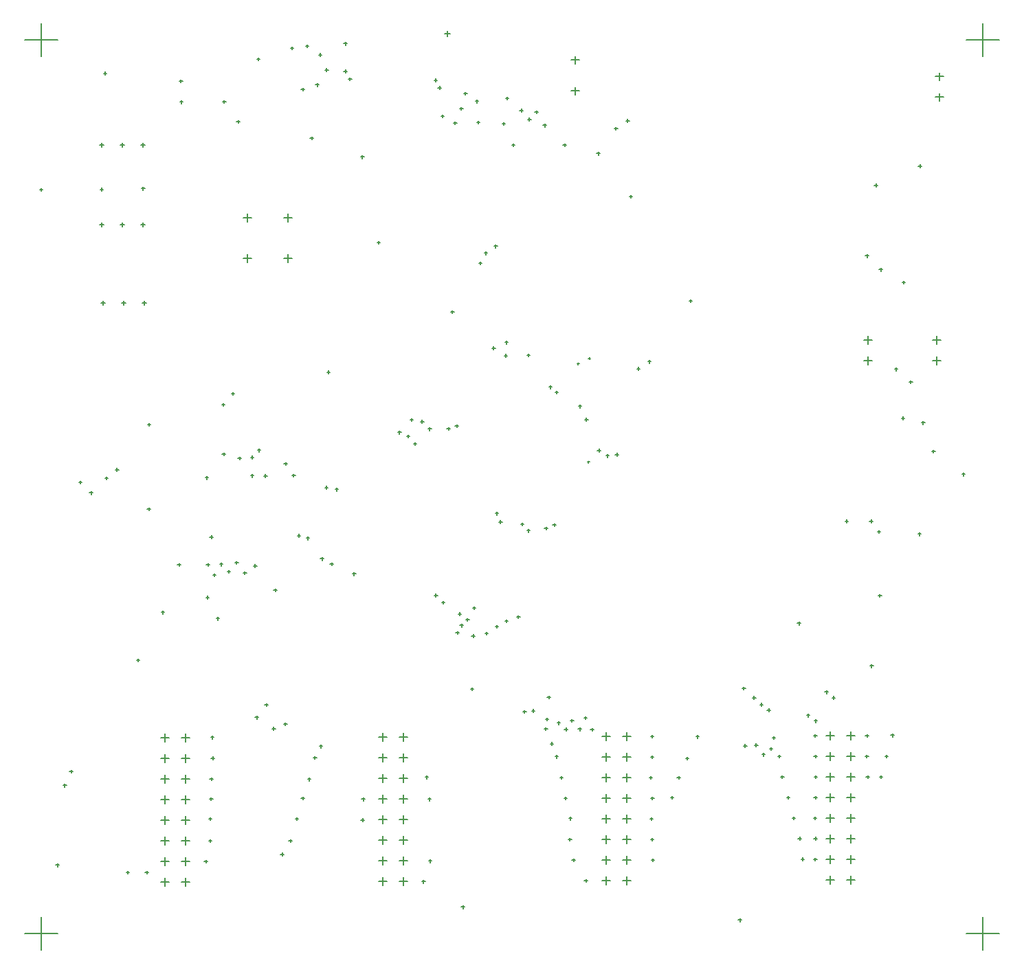
<source format=gbr>
%TF.GenerationSoftware,Altium Limited,Altium Designer,18.1.9 (240)*%
G04 Layer_Color=128*
%FSLAX26Y26*%
%MOIN*%
%TF.FileFunction,Drillmap*%
%TF.Part,Single*%
G01*
G75*
%TA.AperFunction,NonConductor*%
%ADD96C,0.005000*%
D96*
X2220000Y1480000D02*
X2380000D01*
X2300000Y1400000D02*
Y1560000D01*
X6785000Y1480000D02*
X6945000D01*
X6865000Y1400000D02*
Y1560000D01*
X6785000Y5818000D02*
X6945000D01*
X6865000Y5738000D02*
Y5898000D01*
X2220000Y5818000D02*
X2380000D01*
X2300000Y5738000D02*
Y5898000D01*
X6623315Y4362000D02*
X6662685D01*
X6643000Y4342315D02*
Y4381685D01*
X6623315Y4262000D02*
X6662685D01*
X6643000Y4242315D02*
Y4281685D01*
X6288315Y4361000D02*
X6327685D01*
X6308000Y4341315D02*
Y4380685D01*
X6288315Y4261000D02*
X6327685D01*
X6308000Y4241315D02*
Y4280685D01*
X3474921Y4954000D02*
X3515079D01*
X3495000Y4933921D02*
Y4974079D01*
X3278071Y4954000D02*
X3318228D01*
X3298150Y4933921D02*
Y4974079D01*
X3474921Y4757150D02*
X3515079D01*
X3495000Y4737071D02*
Y4777228D01*
X3278071Y4757150D02*
X3318228D01*
X3298150Y4737071D02*
Y4777228D01*
X2581961Y5307000D02*
X2602039D01*
X2592000Y5296961D02*
Y5317039D01*
X2781961Y5307000D02*
X2802039D01*
X2792000Y5296961D02*
Y5317039D01*
X2681961Y5307000D02*
X2702039D01*
X2692000Y5296961D02*
Y5317039D01*
X2587961Y4540000D02*
X2608039D01*
X2598000Y4529961D02*
Y4550039D01*
X2787961Y4540000D02*
X2808039D01*
X2798000Y4529961D02*
Y4550039D01*
X2687961Y4540000D02*
X2708039D01*
X2698000Y4529961D02*
Y4550039D01*
X2583961Y4922000D02*
X2604039D01*
X2594000Y4911961D02*
Y4932039D01*
X2783961Y4922000D02*
X2804039D01*
X2794000Y4911961D02*
Y4932039D01*
X2683961Y4922000D02*
X2704039D01*
X2694000Y4911961D02*
Y4932039D01*
X5018465Y2439063D02*
X5058623D01*
X5038544Y2418985D02*
Y2459142D01*
X5018465Y2339063D02*
X5058623D01*
X5038544Y2318985D02*
Y2359142D01*
X5018465Y2239063D02*
X5058623D01*
X5038544Y2218985D02*
Y2259142D01*
X5018465Y2139063D02*
X5058623D01*
X5038544Y2118985D02*
Y2159142D01*
X5018465Y2039063D02*
X5058623D01*
X5038544Y2018985D02*
Y2059142D01*
X5018465Y1939063D02*
X5058623D01*
X5038544Y1918985D02*
Y1959142D01*
X5018465Y1839063D02*
X5058623D01*
X5038544Y1818985D02*
Y1859142D01*
X5018465Y1739063D02*
X5058623D01*
X5038544Y1718985D02*
Y1759142D01*
X5118465Y1739063D02*
X5158623D01*
X5138544Y1718985D02*
Y1759142D01*
X5118465Y1839063D02*
X5158623D01*
X5138544Y1818985D02*
Y1859142D01*
X5118465Y1939063D02*
X5158623D01*
X5138544Y1918985D02*
Y1959142D01*
X5118465Y2039063D02*
X5158623D01*
X5138544Y2018985D02*
Y2059142D01*
X5118465Y2139063D02*
X5158623D01*
X5138544Y2118985D02*
Y2159142D01*
X5118465Y2239063D02*
X5158623D01*
X5138544Y2218985D02*
Y2259142D01*
X5118465Y2339063D02*
X5158623D01*
X5138544Y2318985D02*
Y2359142D01*
X5118465Y2439063D02*
X5158623D01*
X5138544Y2418985D02*
Y2459142D01*
X6206586Y2442285D02*
X6246743D01*
X6226664Y2422207D02*
Y2462364D01*
X6206586Y2342285D02*
X6246743D01*
X6226664Y2322207D02*
Y2362364D01*
X6206586Y2242285D02*
X6246743D01*
X6226664Y2222207D02*
Y2262364D01*
X6206586Y2142285D02*
X6246743D01*
X6226664Y2122207D02*
Y2162364D01*
X6206586Y2042285D02*
X6246743D01*
X6226664Y2022207D02*
Y2062364D01*
X6206586Y1942285D02*
X6246743D01*
X6226664Y1922207D02*
Y1962364D01*
X6206586Y1842285D02*
X6246743D01*
X6226664Y1822207D02*
Y1862364D01*
X6206586Y1742285D02*
X6246743D01*
X6226664Y1722207D02*
Y1762364D01*
X6106586Y1742285D02*
X6146743D01*
X6126664Y1722207D02*
Y1762364D01*
X6106586Y1842285D02*
X6146743D01*
X6126664Y1822207D02*
Y1862364D01*
X6106586Y1942285D02*
X6146743D01*
X6126664Y1922207D02*
Y1962364D01*
X6106586Y2042285D02*
X6146743D01*
X6126664Y2022207D02*
Y2062364D01*
X6106586Y2142285D02*
X6146743D01*
X6126664Y2122207D02*
Y2162364D01*
X6106586Y2242285D02*
X6146743D01*
X6126664Y2222207D02*
Y2262364D01*
X6106586Y2342285D02*
X6146743D01*
X6126664Y2322207D02*
Y2362364D01*
X6106586Y2442285D02*
X6146743D01*
X6126664Y2422207D02*
Y2462364D01*
X4034984Y2433964D02*
X4075142D01*
X4055063Y2413886D02*
Y2454043D01*
X4034984Y2333964D02*
X4075142D01*
X4055063Y2313886D02*
Y2354043D01*
X4034984Y2233964D02*
X4075142D01*
X4055063Y2213886D02*
Y2254043D01*
X4034984Y2133964D02*
X4075142D01*
X4055063Y2113886D02*
Y2154043D01*
X4034984Y2033964D02*
X4075142D01*
X4055063Y2013886D02*
Y2054043D01*
X4034984Y1933964D02*
X4075142D01*
X4055063Y1913886D02*
Y1954043D01*
X4034984Y1833964D02*
X4075142D01*
X4055063Y1813886D02*
Y1854043D01*
X4034984Y1733964D02*
X4075142D01*
X4055063Y1713886D02*
Y1754043D01*
X3934984Y1733964D02*
X3975142D01*
X3955063Y1713886D02*
Y1754043D01*
X3934984Y1833964D02*
X3975142D01*
X3955063Y1813886D02*
Y1854043D01*
X3934984Y1933964D02*
X3975142D01*
X3955063Y1913886D02*
Y1954043D01*
X3934984Y2033964D02*
X3975142D01*
X3955063Y2013886D02*
Y2054043D01*
X3934984Y2133964D02*
X3975142D01*
X3955063Y2113886D02*
Y2154043D01*
X3934984Y2233964D02*
X3975142D01*
X3955063Y2213886D02*
Y2254043D01*
X3934984Y2333964D02*
X3975142D01*
X3955063Y2313886D02*
Y2354043D01*
X3934984Y2433964D02*
X3975142D01*
X3955063Y2413886D02*
Y2454043D01*
X2978456Y2432092D02*
X3018613D01*
X2998534Y2412013D02*
Y2452170D01*
X2978456Y2332092D02*
X3018613D01*
X2998534Y2312013D02*
Y2352170D01*
X2978456Y2232092D02*
X3018613D01*
X2998534Y2212013D02*
Y2252170D01*
X2978456Y2132092D02*
X3018613D01*
X2998534Y2112013D02*
Y2152170D01*
X2978456Y2032092D02*
X3018613D01*
X2998534Y2012013D02*
Y2052170D01*
X2978456Y1932092D02*
X3018613D01*
X2998534Y1912013D02*
Y1952170D01*
X2978456Y1832092D02*
X3018613D01*
X2998534Y1812013D02*
Y1852170D01*
X2978456Y1732092D02*
X3018613D01*
X2998534Y1712013D02*
Y1752170D01*
X2878456Y1732092D02*
X2918613D01*
X2898534Y1712013D02*
Y1752170D01*
X2878456Y1832092D02*
X2918613D01*
X2898534Y1812013D02*
Y1852170D01*
X2878456Y1932092D02*
X2918613D01*
X2898534Y1912013D02*
Y1952170D01*
X2878456Y2032092D02*
X2918613D01*
X2898534Y2012013D02*
Y2052170D01*
X2878456Y2132092D02*
X2918613D01*
X2898534Y2112013D02*
Y2152170D01*
X2878456Y2232092D02*
X2918613D01*
X2898534Y2212013D02*
Y2252170D01*
X2878456Y2332092D02*
X2918613D01*
X2898534Y2312013D02*
Y2352170D01*
X2878456Y2432092D02*
X2918613D01*
X2898534Y2412013D02*
Y2452170D01*
X6635315Y5640000D02*
X6674685D01*
X6655000Y5620315D02*
Y5659685D01*
X6635315Y5540000D02*
X6674685D01*
X6655000Y5520315D02*
Y5559685D01*
X4870315Y5570000D02*
X4909685D01*
X4890000Y5550315D02*
Y5589685D01*
X4870315Y5720000D02*
X4909685D01*
X4890000Y5700315D02*
Y5739685D01*
X2601500Y5656000D02*
X2616500D01*
X2609000Y5648500D02*
Y5663500D01*
X2882500Y3040000D02*
X2897500D01*
X2890000Y3032500D02*
Y3047500D01*
X5079500Y5388000D02*
X5094500D01*
X5087000Y5380500D02*
Y5395500D01*
X4176500Y3930000D02*
X4191500D01*
X4184000Y3922500D02*
Y3937500D01*
X4104500Y3857425D02*
X4119500D01*
X4112000Y3849925D02*
Y3864925D01*
X6553500Y5206000D02*
X6568500D01*
X6561000Y5198500D02*
Y5213500D01*
X6317217Y3482716D02*
X6332217D01*
X6324717Y3475216D02*
Y3490216D01*
X6198745Y3482716D02*
X6213745D01*
X6206245Y3475216D02*
Y3490216D01*
X6551500Y3420000D02*
X6566500D01*
X6559000Y3412500D02*
Y3427500D01*
X6355500Y3432000D02*
X6370500D01*
X6363000Y3424500D02*
Y3439500D01*
X6340500Y5113000D02*
X6355500D01*
X6348000Y5105500D02*
Y5120500D01*
X2761500Y2809000D02*
X2776500D01*
X2769000Y2801500D02*
Y2816500D01*
X4534500Y5411000D02*
X4549500D01*
X4542000Y5403500D02*
Y5418500D01*
X4993500Y5267000D02*
X5008500D01*
X5001000Y5259500D02*
Y5274500D01*
X3809500Y3227000D02*
X3824500D01*
X3817000Y3219500D02*
Y3234500D01*
X6438500Y4220000D02*
X6453500D01*
X6446000Y4212500D02*
Y4227500D01*
X6509500Y4158000D02*
X6524500D01*
X6517000Y4150500D02*
Y4165500D01*
X4421500Y4735000D02*
X4436500D01*
X4429000Y4727500D02*
Y4742500D01*
X4496500Y4817000D02*
X4511500D01*
X4504000Y4809500D02*
Y4824500D01*
X4550925Y5534425D02*
X4565925D01*
X4558425Y5526925D02*
Y5541925D01*
X3767500Y5800000D02*
X3782500D01*
X3775000Y5792500D02*
Y5807500D01*
X3767500Y5666000D02*
X3782500D01*
X3775000Y5658500D02*
Y5673500D01*
X3789500Y5628000D02*
X3804500D01*
X3797000Y5620500D02*
Y5635500D01*
X3645500Y5746000D02*
X3660500D01*
X3653000Y5738500D02*
Y5753500D01*
X3676500Y5673000D02*
X3691500D01*
X3684000Y5665500D02*
Y5680500D01*
X3581500Y5789000D02*
X3596500D01*
X3589000Y5781500D02*
Y5796500D01*
X3508500Y5778000D02*
X3523500D01*
X3516000Y5770500D02*
Y5785500D01*
X6764500Y3710000D02*
X6779500D01*
X6772000Y3702500D02*
Y3717500D01*
X3928500Y4835000D02*
X3943500D01*
X3936000Y4827500D02*
Y4842500D01*
X3685500Y4206000D02*
X3700500D01*
X3693000Y4198500D02*
Y4213500D01*
X2370500Y1814000D02*
X2385500D01*
X2378000Y1806500D02*
Y1821500D01*
X3090408Y1832092D02*
X3105408D01*
X3097908Y1824592D02*
Y1839592D01*
X5967500Y2987000D02*
X5982500D01*
X5975000Y2979500D02*
Y2994500D01*
X5680500Y1547000D02*
X5695500D01*
X5688000Y1539500D02*
Y1554500D01*
X4337500Y1610000D02*
X4352500D01*
X4345000Y1602500D02*
Y1617500D01*
X4382500Y2669000D02*
X4397500D01*
X4390000Y2661500D02*
Y2676500D01*
X5441500Y4551000D02*
X5456500D01*
X5449000Y4543500D02*
Y4558500D01*
X6474568Y4641000D02*
X6489568D01*
X6482068Y4633500D02*
Y4648500D01*
X3253551Y3788000D02*
X3268551D01*
X3261051Y3780500D02*
Y3795500D01*
X3724500Y3637000D02*
X3739500D01*
X3732000Y3629500D02*
Y3644500D01*
X3585500Y3400000D02*
X3600500D01*
X3593000Y3392500D02*
Y3407500D01*
X3542500Y3413000D02*
X3557500D01*
X3550000Y3405500D02*
Y3420500D01*
X3653500Y3300000D02*
X3668500D01*
X3661000Y3292500D02*
Y3307500D01*
X3700500Y3275000D02*
X3715500D01*
X3708000Y3267500D02*
Y3282500D01*
X3329500Y3266000D02*
X3344500D01*
X3337000Y3258500D02*
Y3273500D01*
X3279500Y3231000D02*
X3294500D01*
X3287000Y3223500D02*
Y3238500D01*
X3239500Y3281000D02*
X3254500D01*
X3247000Y3273500D02*
Y3288500D01*
X3201500Y3239000D02*
X3216500D01*
X3209000Y3231500D02*
Y3246500D01*
X3164500Y3274000D02*
X3179500D01*
X3172000Y3266500D02*
Y3281500D01*
X3117500Y3406000D02*
X3132500D01*
X3125000Y3398500D02*
Y3413500D01*
X3132500Y3221000D02*
X3147500D01*
X3140000Y3213500D02*
Y3228500D01*
X3100479Y3272021D02*
X3115479D01*
X3107979Y3264521D02*
Y3279521D01*
X3314500Y3793000D02*
X3329500D01*
X3322000Y3785500D02*
Y3800500D01*
X3314500Y3704000D02*
X3329500D01*
X3322000Y3696500D02*
Y3711500D01*
X3148500Y3010000D02*
X3163500D01*
X3156000Y3002500D02*
Y3017500D01*
X3427554Y3148000D02*
X3442554D01*
X3435054Y3140500D02*
Y3155500D01*
X3379500Y3703000D02*
X3394500D01*
X3387000Y3695500D02*
Y3710500D01*
X3348500Y3827000D02*
X3363500D01*
X3356000Y3819500D02*
Y3834500D01*
X2608500Y3692000D02*
X2623500D01*
X2616000Y3684500D02*
Y3699500D01*
X3177500Y3808000D02*
X3192500D01*
X3185000Y3800500D02*
Y3815500D01*
X3477500Y3761000D02*
X3492500D01*
X3485000Y3753500D02*
Y3768500D01*
X3516500Y3705000D02*
X3531500D01*
X3524000Y3697500D02*
Y3712500D01*
X2481500Y3671000D02*
X2496500D01*
X2489000Y3663500D02*
Y3678500D01*
X4502500Y2971000D02*
X4517500D01*
X4510000Y2963500D02*
Y2978500D01*
X4387500Y2926000D02*
X4402500D01*
X4395000Y2918500D02*
Y2933500D01*
X4451500Y2939000D02*
X4466500D01*
X4459000Y2931500D02*
Y2946500D01*
X4310500Y2942000D02*
X4325500D01*
X4318000Y2934500D02*
Y2949500D01*
X4330500Y2977000D02*
X4345500D01*
X4338000Y2969500D02*
Y2984500D01*
X4359500Y3005000D02*
X4374500D01*
X4367000Y2997500D02*
Y3012500D01*
X4321500Y3033000D02*
X4336500D01*
X4329000Y3025500D02*
Y3040500D01*
X4242500Y3089000D02*
X4257500D01*
X4250000Y3081500D02*
Y3096500D01*
X4392500Y3061000D02*
X4407500D01*
X4400000Y3053500D02*
Y3068500D01*
X4548500Y2999000D02*
X4563500D01*
X4556000Y2991500D02*
Y3006500D01*
X4606500Y3018000D02*
X4621500D01*
X4614000Y3010500D02*
Y3025500D01*
X4206500Y3123000D02*
X4221500D01*
X4214000Y3115500D02*
Y3130500D01*
X5136500Y5426000D02*
X5151500D01*
X5144000Y5418500D02*
Y5433500D01*
X4256500Y5849000D02*
X4281500D01*
X4269000Y5836500D02*
Y5861500D01*
X4223500Y5586000D02*
X4238500D01*
X4231000Y5578500D02*
Y5593500D01*
X4205500Y5623000D02*
X4220500D01*
X4213000Y5615500D02*
Y5630500D01*
X4238500Y5448000D02*
X4253500D01*
X4246000Y5440500D02*
Y5455500D01*
X3630421Y5599921D02*
X3645421D01*
X3637921Y5592421D02*
Y5607421D01*
X4411500Y5419000D02*
X4426500D01*
X4419000Y5411500D02*
Y5426500D01*
X4404500Y5520000D02*
X4419500D01*
X4412000Y5512500D02*
Y5527500D01*
X6134500Y2626000D02*
X6149500D01*
X6142000Y2618500D02*
Y2633500D01*
X6100500Y2654000D02*
X6115500D01*
X6108000Y2646500D02*
Y2661500D01*
X6048500Y2514000D02*
X6063500D01*
X6056000Y2506500D02*
Y2521500D01*
X6012500Y2540000D02*
X6027500D01*
X6020000Y2532500D02*
Y2547500D01*
X4139500Y3966000D02*
X4154500D01*
X4147000Y3958500D02*
Y3973500D01*
X4088500Y3975000D02*
X4103500D01*
X4096000Y3967500D02*
Y3982500D01*
X4071500Y3895000D02*
X4086500D01*
X4079000Y3887500D02*
Y3902500D01*
X4029500Y3914000D02*
X4044500D01*
X4037000Y3906500D02*
Y3921500D01*
X4267500Y3931000D02*
X4282500D01*
X4275000Y3923500D02*
Y3938500D01*
X4307036Y3945000D02*
X4322036D01*
X4314536Y3937500D02*
Y3952500D01*
X4501500Y3520000D02*
X4516500D01*
X4509000Y3512500D02*
Y3527500D01*
X4519500Y3479898D02*
X4534500D01*
X4527000Y3472398D02*
Y3487398D01*
X4625500Y3468000D02*
X4640500D01*
X4633000Y3460500D02*
Y3475500D01*
X4654500Y3437000D02*
X4669500D01*
X4662000Y3429500D02*
Y3444500D01*
X4780500Y3465000D02*
X4795500D01*
X4788000Y3457500D02*
Y3472500D01*
X4740500Y3449000D02*
X4755500D01*
X4748000Y3441500D02*
Y3456500D01*
X4949000Y3771000D02*
X4959000D01*
X4954000Y3766000D02*
Y3776000D01*
X4997500Y3826000D02*
X5012500D01*
X5005000Y3818500D02*
Y3833500D01*
X5038500Y3800000D02*
X5053500D01*
X5046000Y3792500D02*
Y3807500D01*
X5083500Y3806000D02*
X5098500D01*
X5091000Y3798500D02*
Y3813500D01*
X4904500Y4040000D02*
X4919500D01*
X4912000Y4032500D02*
Y4047500D01*
X4655500Y4288000D02*
X4670500D01*
X4663000Y4280500D02*
Y4295500D01*
X4548956Y4350000D02*
X4563956D01*
X4556456Y4342500D02*
Y4357500D01*
X4486500Y4323000D02*
X4501500D01*
X4494000Y4315500D02*
Y4330500D01*
X4544500Y4286000D02*
X4559500D01*
X4552000Y4278500D02*
Y4293500D01*
X4761044Y4134000D02*
X4776044D01*
X4768544Y4126500D02*
Y4141500D01*
X4791500Y4108000D02*
X4806500D01*
X4799000Y4100500D02*
Y4115500D01*
X4286500Y4498000D02*
X4301500D01*
X4294000Y4490500D02*
Y4505500D01*
X5242500Y4257000D02*
X5257500D01*
X5250000Y4249500D02*
Y4264500D01*
X4954000Y4271827D02*
X4964000D01*
X4959000Y4266827D02*
Y4276827D01*
X4733500Y5404000D02*
X4748500D01*
X4741000Y5396500D02*
Y5411500D01*
X4693500Y5469000D02*
X4708500D01*
X4701000Y5461500D02*
Y5476500D01*
X4659500Y5433000D02*
X4674500D01*
X4667000Y5425500D02*
Y5440500D01*
X4620500Y5476000D02*
X4635500D01*
X4628000Y5468500D02*
Y5483500D01*
X6569500Y3960000D02*
X6584500D01*
X6577000Y3952500D02*
Y3967500D01*
X5784500Y2593000D02*
X5799500D01*
X5792000Y2585500D02*
Y2600500D01*
X5749500Y2626000D02*
X5764500D01*
X5757000Y2618500D02*
Y2633500D01*
X5699500Y2671000D02*
X5714500D01*
X5707000Y2663500D02*
Y2678500D01*
X5795500Y2350000D02*
X5810500D01*
X5803000Y2342500D02*
Y2357500D01*
X5759500Y2396000D02*
X5774500D01*
X5767000Y2388500D02*
Y2403500D01*
X5706500Y2393000D02*
X5721500D01*
X5714000Y2385500D02*
Y2400500D01*
X5831500Y2379000D02*
X5846500D01*
X5839000Y2371500D02*
Y2386500D01*
X5845500Y2431000D02*
X5860500D01*
X5853000Y2423500D02*
Y2438500D01*
X5820500Y2566000D02*
X5835500D01*
X5828000Y2558500D02*
Y2573500D01*
X6046500Y1842285D02*
X6061500D01*
X6054000Y1834785D02*
Y1849785D01*
X5970500Y1943000D02*
X5985500D01*
X5978000Y1935500D02*
Y1950500D01*
X5942500Y2042000D02*
X5957500D01*
X5950000Y2034500D02*
Y2049500D01*
X5914500Y2142000D02*
X5929500D01*
X5922000Y2134500D02*
Y2149500D01*
X5886500Y2242000D02*
X5901500D01*
X5894000Y2234500D02*
Y2249500D01*
X5984500Y1843000D02*
X5999500D01*
X5992000Y1835500D02*
Y1850500D01*
X5872215Y2342285D02*
X5887215D01*
X5879715Y2334785D02*
Y2349785D01*
X6046215Y2442285D02*
X6061215D01*
X6053715Y2434785D02*
Y2449785D01*
X6365500Y2242285D02*
X6380500D01*
X6373000Y2234785D02*
Y2249785D01*
X6392500Y2342000D02*
X6407500D01*
X6400000Y2334500D02*
Y2349500D01*
X6420500Y2444000D02*
X6435500D01*
X6428000Y2436500D02*
Y2451500D01*
X5352500Y2141000D02*
X5367500D01*
X5360000Y2133500D02*
Y2148500D01*
X5383500Y2238000D02*
X5398500D01*
X5391000Y2230500D02*
Y2245500D01*
X5424500Y2332000D02*
X5439500D01*
X5432000Y2324500D02*
Y2339500D01*
X5474500Y2437000D02*
X5489500D01*
X5482000Y2429500D02*
Y2444500D01*
X5255500Y2439063D02*
X5270500D01*
X5263000Y2431563D02*
Y2446563D01*
X5254500Y2338063D02*
X5269500D01*
X5262000Y2330563D02*
Y2345563D01*
X4745500Y2521000D02*
X4760500D01*
X4753000Y2513500D02*
Y2528500D01*
X4753500Y2628000D02*
X4768500D01*
X4761000Y2620500D02*
Y2635500D01*
X4801500Y2504000D02*
X4816500D01*
X4809000Y2496500D02*
Y2511500D01*
X4636500Y2559000D02*
X4651500D01*
X4644000Y2551500D02*
Y2566500D01*
X4678500Y2563000D02*
X4693500D01*
X4686000Y2555500D02*
Y2570500D01*
X4739500Y2475000D02*
X4754500D01*
X4747000Y2467500D02*
Y2482500D01*
X4768500Y2403000D02*
X4783500D01*
X4776000Y2395500D02*
Y2410500D01*
X4837500Y2473000D02*
X4852500D01*
X4845000Y2465500D02*
Y2480500D01*
X4866500Y2514544D02*
X4881500D01*
X4874000Y2507044D02*
Y2522044D01*
X4903500Y2474000D02*
X4918500D01*
X4911000Y2466500D02*
Y2481500D01*
X4931500Y2528000D02*
X4946500D01*
X4939000Y2520500D02*
Y2535500D01*
X4963500Y2471000D02*
X4978500D01*
X4971000Y2463500D02*
Y2478500D01*
X4791500Y2340000D02*
X4806500D01*
X4799000Y2332500D02*
Y2347500D01*
X4856500Y1938000D02*
X4871500D01*
X4864000Y1930500D02*
Y1945500D01*
X4161500Y2240000D02*
X4176500D01*
X4169000Y2232500D02*
Y2247500D01*
X3476201Y2498000D02*
X3491201D01*
X3483701Y2490500D02*
Y2505500D01*
X3419500Y2475799D02*
X3434500D01*
X3427000Y2468299D02*
Y2483299D01*
X3500500Y1932000D02*
X3515500D01*
X3508000Y1924500D02*
Y1939500D01*
X3531500Y2039000D02*
X3546500D01*
X3539000Y2031500D02*
Y2046500D01*
X3560500Y2138000D02*
X3575500D01*
X3568000Y2130500D02*
Y2145500D01*
X3591500Y2230000D02*
X3606500D01*
X3599000Y2222500D02*
Y2237500D01*
X3619500Y2335000D02*
X3634500D01*
X3627000Y2327500D02*
Y2342500D01*
X3648500Y2390000D02*
X3663500D01*
X3656000Y2382500D02*
Y2397500D01*
X3337500Y2530000D02*
X3352500D01*
X3345000Y2522500D02*
Y2537500D01*
X3383500Y2591000D02*
X3398500D01*
X3391000Y2583500D02*
Y2598500D01*
X3460500Y1866000D02*
X3475500D01*
X3468000Y1858500D02*
Y1873500D01*
X2437000Y2267500D02*
X2452000D01*
X2444500Y2260000D02*
Y2275000D01*
X2712500Y1778000D02*
X2727500D01*
X2720000Y1770500D02*
Y1785500D01*
X2292500Y5091000D02*
X2307500D01*
X2300000Y5083500D02*
Y5098500D01*
X2585500Y5093000D02*
X2600500D01*
X2593000Y5085500D02*
Y5100500D01*
X6363500Y4704000D02*
X6378500D01*
X6371000Y4696500D02*
Y4711500D01*
X6297500Y4770000D02*
X6312500D01*
X6305000Y4762500D02*
Y4777500D01*
X6619500Y3821000D02*
X6634500D01*
X6627000Y3813500D02*
Y3828500D01*
X4830500Y5308000D02*
X4845500D01*
X4838000Y5300500D02*
Y5315500D01*
X4582500Y5308000D02*
X4597500D01*
X4590000Y5300500D02*
Y5315500D01*
X2969371Y5617871D02*
X2984371D01*
X2976871Y5610371D02*
Y5625371D01*
X3247500Y5421000D02*
X3262500D01*
X3255000Y5413500D02*
Y5428500D01*
X3179985Y5518485D02*
X3194985D01*
X3187485Y5510985D02*
Y5525985D01*
X6471500Y3983000D02*
X6486500D01*
X6479000Y3975500D02*
Y3990500D01*
X3345798Y5725702D02*
X3360798D01*
X3353298Y5718202D02*
Y5733202D01*
X4329799Y5485000D02*
X4344799D01*
X4337299Y5477500D02*
Y5492500D01*
X4349500Y5558000D02*
X4364500D01*
X4357000Y5550500D02*
Y5565500D01*
X2814500Y3951000D02*
X2829500D01*
X2822000Y3943500D02*
Y3958500D01*
X2813714Y3542000D02*
X2828714D01*
X2821214Y3534500D02*
Y3549500D01*
X2786500Y5097000D02*
X2801500D01*
X2794000Y5089500D02*
Y5104500D01*
X3174500Y4049000D02*
X3189500D01*
X3182000Y4041500D02*
Y4056500D01*
X3560500Y5579000D02*
X3575500D01*
X3568000Y5571500D02*
Y5586500D01*
X5151500Y5059000D02*
X5166500D01*
X5159000Y5051500D02*
Y5066500D01*
X2971500Y5517000D02*
X2986500D01*
X2979000Y5509500D02*
Y5524500D01*
X3849500Y5250000D02*
X3864500D01*
X3857000Y5242500D02*
Y5257500D01*
X4447956Y4784000D02*
X4462956D01*
X4455456Y4776500D02*
Y4791500D01*
X3603500Y5341000D02*
X3618500D01*
X3611000Y5333500D02*
Y5348500D01*
X4299500Y5415000D02*
X4314500D01*
X4307000Y5407500D02*
Y5422500D01*
X3674500Y3646000D02*
X3689500D01*
X3682000Y3638500D02*
Y3653500D01*
X6319500Y2780000D02*
X6334500D01*
X6327000Y2772500D02*
Y2787500D01*
X3094500Y3694000D02*
X3109500D01*
X3102000Y3686500D02*
Y3701500D01*
X3222500Y4102000D02*
X3237500D01*
X3230000Y4094500D02*
Y4109500D01*
X3098479Y3113021D02*
X3113479D01*
X3105979Y3105521D02*
Y3120521D01*
X2533500Y3620000D02*
X2548500D01*
X2541000Y3612500D02*
Y3627500D01*
X2659500Y3733000D02*
X2674500D01*
X2667000Y3725500D02*
Y3740500D01*
X2960500Y3272000D02*
X2975500D01*
X2968000Y3264500D02*
Y3279500D01*
X5188500Y4223000D02*
X5203500D01*
X5196000Y4215500D02*
Y4230500D01*
X4898000Y4248000D02*
X4908000D01*
X4903000Y4243000D02*
Y4253000D01*
X4936500Y3976000D02*
X4951500D01*
X4944000Y3968500D02*
Y3983500D01*
X6359500Y3122000D02*
X6374500D01*
X6367000Y3114500D02*
Y3129500D01*
X2803500Y1778000D02*
X2818500D01*
X2811000Y1770500D02*
Y1785500D01*
X3111592Y1932092D02*
X3126592D01*
X3119092Y1924592D02*
Y1939592D01*
X3111500Y2038000D02*
X3126500D01*
X3119000Y2030500D02*
Y2045500D01*
X3116500Y2135000D02*
X3131500D01*
X3124000Y2127500D02*
Y2142500D01*
X3117500Y2232000D02*
X3132500D01*
X3125000Y2224500D02*
Y2239500D01*
X3123500Y2333000D02*
X3138500D01*
X3131000Y2325500D02*
Y2340500D01*
X3122500Y2434000D02*
X3137500D01*
X3130000Y2426500D02*
Y2441500D01*
X2406500Y2200000D02*
X2421500D01*
X2414000Y2192500D02*
Y2207500D01*
X3853536Y2133964D02*
X3868536D01*
X3861036Y2126464D02*
Y2141464D01*
X3850500Y2033000D02*
X3865500D01*
X3858000Y2025500D02*
Y2040500D01*
X4175464Y2133964D02*
X4190464D01*
X4182964Y2126464D02*
Y2141464D01*
X4178464Y1833964D02*
X4193464D01*
X4185964Y1826464D02*
Y1841464D01*
X4146464Y1733964D02*
X4161464D01*
X4153964Y1726464D02*
Y1741464D01*
X6296215Y2342285D02*
X6311215D01*
X6303715Y2334785D02*
Y2349785D01*
X6296785Y2442285D02*
X6311785D01*
X6304285Y2434785D02*
Y2449785D01*
X6300785Y2242285D02*
X6315785D01*
X6308285Y2234785D02*
Y2249785D01*
X6047215Y2342285D02*
X6062215D01*
X6054715Y2334785D02*
Y2349785D01*
X6047785Y2242285D02*
X6062785D01*
X6055285Y2234785D02*
Y2249785D01*
X6047215Y2142285D02*
X6062215D01*
X6054715Y2134785D02*
Y2149785D01*
X6044785Y2042285D02*
X6059785D01*
X6052285Y2034785D02*
Y2049785D01*
X6047215Y1942715D02*
X6062215D01*
X6054715Y1935215D02*
Y1950215D01*
X4814500Y2238000D02*
X4829500D01*
X4822000Y2230500D02*
Y2245500D01*
X4835500Y2138000D02*
X4850500D01*
X4843000Y2130500D02*
Y2145500D01*
X4858500Y2040000D02*
X4873500D01*
X4866000Y2032500D02*
Y2047500D01*
X5247563Y2239063D02*
X5262563D01*
X5255063Y2231563D02*
Y2246563D01*
X5256437Y2139063D02*
X5271437D01*
X5263937Y2131563D02*
Y2146563D01*
X5252437Y2039063D02*
X5267437D01*
X5259937Y2031563D02*
Y2046563D01*
X5255437Y1939063D02*
X5270437D01*
X5262937Y1931563D02*
Y1946563D01*
X5258437Y1839063D02*
X5273437D01*
X5265937Y1831563D02*
Y1846563D01*
X4873437Y1839063D02*
X4888437D01*
X4880937Y1831563D02*
Y1846563D01*
X4933437Y1739063D02*
X4948437D01*
X4940937Y1731563D02*
Y1746563D01*
%TF.MD5,cd7c24cd223b2b3435c6e528d709cdd6*%
M02*

</source>
